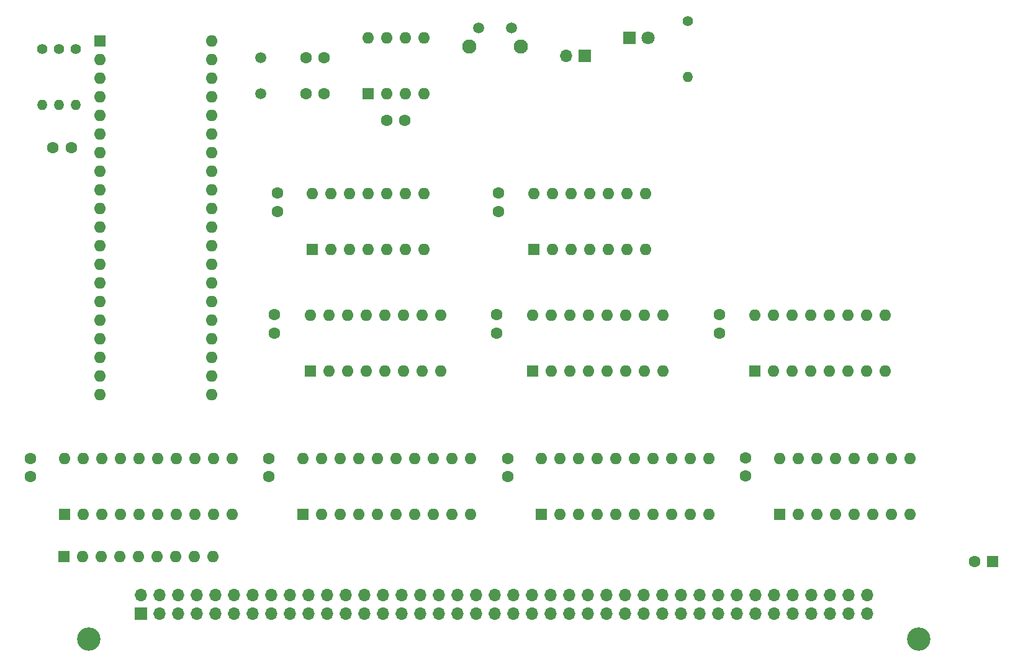
<source format=gbr>
G04 #@! TF.GenerationSoftware,KiCad,Pcbnew,5.1.10-88a1d61d58~88~ubuntu20.04.1*
G04 #@! TF.CreationDate,2021-06-10T12:47:24-04:00*
G04 #@! TF.ProjectId,CPUandGlueLogic,43505561-6e64-4476-9c75-654c6f676963,1*
G04 #@! TF.SameCoordinates,Original*
G04 #@! TF.FileFunction,Soldermask,Bot*
G04 #@! TF.FilePolarity,Negative*
%FSLAX46Y46*%
G04 Gerber Fmt 4.6, Leading zero omitted, Abs format (unit mm)*
G04 Created by KiCad (PCBNEW 5.1.10-88a1d61d58~88~ubuntu20.04.1) date 2021-06-10 12:47:24*
%MOMM*%
%LPD*%
G01*
G04 APERTURE LIST*
%ADD10C,3.200000*%
%ADD11C,1.950000*%
%ADD12C,1.498000*%
%ADD13O,1.600000X1.600000*%
%ADD14R,1.600000X1.600000*%
%ADD15C,1.600000*%
%ADD16C,1.800000*%
%ADD17R,1.800000X1.800000*%
%ADD18O,1.700000X1.700000*%
%ADD19R,1.700000X1.700000*%
%ADD20O,1.400000X1.400000*%
%ADD21C,1.400000*%
%ADD22C,1.500000*%
G04 APERTURE END LIST*
D10*
X18400000Y-86500000D03*
X131600000Y-86500000D03*
D11*
X70295000Y-5590000D03*
X77305000Y-5590000D03*
D12*
X71550000Y-3100000D03*
X76050000Y-3100000D03*
D13*
X48900000Y-25680000D03*
X64140000Y-33300000D03*
X51440000Y-25680000D03*
X61600000Y-33300000D03*
X53980000Y-25680000D03*
X59060000Y-33300000D03*
X56520000Y-25680000D03*
X56520000Y-33300000D03*
X59060000Y-25680000D03*
X53980000Y-33300000D03*
X61600000Y-25680000D03*
X51440000Y-33300000D03*
X64140000Y-25680000D03*
D14*
X48900000Y-33300000D03*
X141700000Y-75900000D03*
D15*
X139200000Y-75900000D03*
X75500000Y-64300000D03*
X75500000Y-61800000D03*
X42900000Y-61800000D03*
X42900000Y-64300000D03*
X10400000Y-64300000D03*
X10400000Y-61800000D03*
X108000000Y-61700000D03*
X108000000Y-64200000D03*
X61500000Y-15700000D03*
X59000000Y-15700000D03*
X13500000Y-19400000D03*
X16000000Y-19400000D03*
X74300000Y-28100000D03*
X74300000Y-25600000D03*
X44100000Y-25600000D03*
X44100000Y-28100000D03*
X74000000Y-42200000D03*
X74000000Y-44700000D03*
X104400000Y-44700000D03*
X104400000Y-42200000D03*
X43700000Y-44700000D03*
X43700000Y-42200000D03*
X50500000Y-7100000D03*
X48000000Y-7100000D03*
X48000000Y-12000000D03*
X50500000Y-12000000D03*
D16*
X94640000Y-4400000D03*
D17*
X92100000Y-4400000D03*
D18*
X83460000Y-6900000D03*
D19*
X86000000Y-6900000D03*
D20*
X100100000Y-9720000D03*
D21*
X100100000Y-2100000D03*
X12000000Y-5900000D03*
D20*
X12000000Y-13520000D03*
X14300000Y-13520000D03*
D21*
X14300000Y-5900000D03*
X16600000Y-5900000D03*
D20*
X16600000Y-13520000D03*
D14*
X15000000Y-75200000D03*
D13*
X17540000Y-75200000D03*
X20080000Y-75200000D03*
X22620000Y-75200000D03*
X25160000Y-75200000D03*
X27700000Y-75200000D03*
X30240000Y-75200000D03*
X32780000Y-75200000D03*
X35320000Y-75200000D03*
X80100000Y-61780000D03*
X102960000Y-69400000D03*
X82640000Y-61780000D03*
X100420000Y-69400000D03*
X85180000Y-61780000D03*
X97880000Y-69400000D03*
X87720000Y-61780000D03*
X95340000Y-69400000D03*
X90260000Y-61780000D03*
X92800000Y-69400000D03*
X92800000Y-61780000D03*
X90260000Y-69400000D03*
X95340000Y-61780000D03*
X87720000Y-69400000D03*
X97880000Y-61780000D03*
X85180000Y-69400000D03*
X100420000Y-61780000D03*
X82640000Y-69400000D03*
X102960000Y-61780000D03*
D14*
X80100000Y-69400000D03*
X47600000Y-69400000D03*
D13*
X70460000Y-61780000D03*
X50140000Y-69400000D03*
X67920000Y-61780000D03*
X52680000Y-69400000D03*
X65380000Y-61780000D03*
X55220000Y-69400000D03*
X62840000Y-61780000D03*
X57760000Y-69400000D03*
X60300000Y-61780000D03*
X60300000Y-69400000D03*
X57760000Y-61780000D03*
X62840000Y-69400000D03*
X55220000Y-61780000D03*
X65380000Y-69400000D03*
X52680000Y-61780000D03*
X67920000Y-69400000D03*
X50140000Y-61780000D03*
X70460000Y-69400000D03*
X47600000Y-61780000D03*
D14*
X15100000Y-69400000D03*
D13*
X37960000Y-61780000D03*
X17640000Y-69400000D03*
X35420000Y-61780000D03*
X20180000Y-69400000D03*
X32880000Y-61780000D03*
X22720000Y-69400000D03*
X30340000Y-61780000D03*
X25260000Y-69400000D03*
X27800000Y-61780000D03*
X27800000Y-69400000D03*
X25260000Y-61780000D03*
X30340000Y-69400000D03*
X22720000Y-61780000D03*
X32880000Y-69400000D03*
X20180000Y-61780000D03*
X35420000Y-69400000D03*
X17640000Y-61780000D03*
X37960000Y-69400000D03*
X15100000Y-61780000D03*
D14*
X112600000Y-69400000D03*
D13*
X130380000Y-61780000D03*
X115140000Y-69400000D03*
X127840000Y-61780000D03*
X117680000Y-69400000D03*
X125300000Y-61780000D03*
X120220000Y-69400000D03*
X122760000Y-61780000D03*
X122760000Y-69400000D03*
X120220000Y-61780000D03*
X125300000Y-69400000D03*
X117680000Y-61780000D03*
X127840000Y-69400000D03*
X115140000Y-61780000D03*
X130380000Y-69400000D03*
X112600000Y-61780000D03*
X56500000Y-4380000D03*
X64120000Y-12000000D03*
X59040000Y-4380000D03*
X61580000Y-12000000D03*
X61580000Y-4380000D03*
X59040000Y-12000000D03*
X64120000Y-4380000D03*
D14*
X56500000Y-12000000D03*
D13*
X35140000Y-4800000D03*
X19900000Y-53060000D03*
X35140000Y-7340000D03*
X19900000Y-50520000D03*
X35140000Y-9880000D03*
X19900000Y-47980000D03*
X35140000Y-12420000D03*
X19900000Y-45440000D03*
X35140000Y-14960000D03*
X19900000Y-42900000D03*
X35140000Y-17500000D03*
X19900000Y-40360000D03*
X35140000Y-20040000D03*
X19900000Y-37820000D03*
X35140000Y-22580000D03*
X19900000Y-35280000D03*
X35140000Y-25120000D03*
X19900000Y-32740000D03*
X35140000Y-27660000D03*
X19900000Y-30200000D03*
X35140000Y-30200000D03*
X19900000Y-27660000D03*
X35140000Y-32740000D03*
X19900000Y-25120000D03*
X35140000Y-35280000D03*
X19900000Y-22580000D03*
X35140000Y-37820000D03*
X19900000Y-20040000D03*
X35140000Y-40360000D03*
X19900000Y-17500000D03*
X35140000Y-42900000D03*
X19900000Y-14960000D03*
X35140000Y-45440000D03*
X19900000Y-12420000D03*
X35140000Y-47980000D03*
X19900000Y-9880000D03*
X35140000Y-50520000D03*
X19900000Y-7340000D03*
X35140000Y-53060000D03*
D14*
X19900000Y-4800000D03*
X79100000Y-33300000D03*
D13*
X94340000Y-25680000D03*
X81640000Y-33300000D03*
X91800000Y-25680000D03*
X84180000Y-33300000D03*
X89260000Y-25680000D03*
X86720000Y-33300000D03*
X86720000Y-25680000D03*
X89260000Y-33300000D03*
X84180000Y-25680000D03*
X91800000Y-33300000D03*
X81640000Y-25680000D03*
X94340000Y-33300000D03*
X79100000Y-25680000D03*
X78900000Y-42280000D03*
X96680000Y-49900000D03*
X81440000Y-42280000D03*
X94140000Y-49900000D03*
X83980000Y-42280000D03*
X91600000Y-49900000D03*
X86520000Y-42280000D03*
X89060000Y-49900000D03*
X89060000Y-42280000D03*
X86520000Y-49900000D03*
X91600000Y-42280000D03*
X83980000Y-49900000D03*
X94140000Y-42280000D03*
X81440000Y-49900000D03*
X96680000Y-42280000D03*
D14*
X78900000Y-49900000D03*
D13*
X109200000Y-42280000D03*
X126980000Y-49900000D03*
X111740000Y-42280000D03*
X124440000Y-49900000D03*
X114280000Y-42280000D03*
X121900000Y-49900000D03*
X116820000Y-42280000D03*
X119360000Y-49900000D03*
X119360000Y-42280000D03*
X116820000Y-49900000D03*
X121900000Y-42280000D03*
X114280000Y-49900000D03*
X124440000Y-42280000D03*
X111740000Y-49900000D03*
X126980000Y-42280000D03*
D14*
X109200000Y-49900000D03*
X48600000Y-49900000D03*
D13*
X66380000Y-42280000D03*
X51140000Y-49900000D03*
X63840000Y-42280000D03*
X53680000Y-49900000D03*
X61300000Y-42280000D03*
X56220000Y-49900000D03*
X58760000Y-42280000D03*
X58760000Y-49900000D03*
X56220000Y-42280000D03*
X61300000Y-49900000D03*
X53680000Y-42280000D03*
X63840000Y-49900000D03*
X51140000Y-42280000D03*
X66380000Y-49900000D03*
X48600000Y-42280000D03*
D22*
X41800000Y-7100000D03*
X41800000Y-12000000D03*
D19*
X25470000Y-83000000D03*
D18*
X25470000Y-80460000D03*
X28010000Y-83000000D03*
X28010000Y-80460000D03*
X30550000Y-83000000D03*
X30550000Y-80460000D03*
X33090000Y-83000000D03*
X33090000Y-80460000D03*
X35630000Y-83000000D03*
X35630000Y-80460000D03*
X38170000Y-83000000D03*
X38170000Y-80460000D03*
X40710000Y-83000000D03*
X40710000Y-80460000D03*
X43250000Y-83000000D03*
X43250000Y-80460000D03*
X45790000Y-83000000D03*
X45790000Y-80460000D03*
X48330000Y-83000000D03*
X48330000Y-80460000D03*
X50870000Y-83000000D03*
X50870000Y-80460000D03*
X53410000Y-83000000D03*
X53410000Y-80460000D03*
X55950000Y-83000000D03*
X55950000Y-80460000D03*
X58490000Y-83000000D03*
X58490000Y-80460000D03*
X61030000Y-83000000D03*
X61030000Y-80460000D03*
X63570000Y-83000000D03*
X63570000Y-80460000D03*
X66110000Y-83000000D03*
X66110000Y-80460000D03*
X68650000Y-83000000D03*
X68650000Y-80460000D03*
X71190000Y-83000000D03*
X71190000Y-80460000D03*
X73730000Y-83000000D03*
X73730000Y-80460000D03*
X76270000Y-83000000D03*
X76270000Y-80460000D03*
X78810000Y-83000000D03*
X78810000Y-80460000D03*
X81350000Y-83000000D03*
X81350000Y-80460000D03*
X83890000Y-83000000D03*
X83890000Y-80460000D03*
X86430000Y-83000000D03*
X86430000Y-80460000D03*
X88970000Y-83000000D03*
X88970000Y-80460000D03*
X91510000Y-83000000D03*
X91510000Y-80460000D03*
X94050000Y-83000000D03*
X94050000Y-80460000D03*
X96590000Y-83000000D03*
X96590000Y-80460000D03*
X99130000Y-83000000D03*
X99130000Y-80460000D03*
X101670000Y-83000000D03*
X101670000Y-80460000D03*
X104210000Y-83000000D03*
X104210000Y-80460000D03*
X106750000Y-83000000D03*
X106750000Y-80460000D03*
X109290000Y-83000000D03*
X109290000Y-80460000D03*
X111830000Y-83000000D03*
X111830000Y-80460000D03*
X114370000Y-83000000D03*
X114370000Y-80460000D03*
X116910000Y-83000000D03*
X116910000Y-80460000D03*
X119450000Y-83000000D03*
X119450000Y-80460000D03*
X121990000Y-83000000D03*
X121990000Y-80460000D03*
X124530000Y-83000000D03*
X124530000Y-80460000D03*
M02*

</source>
